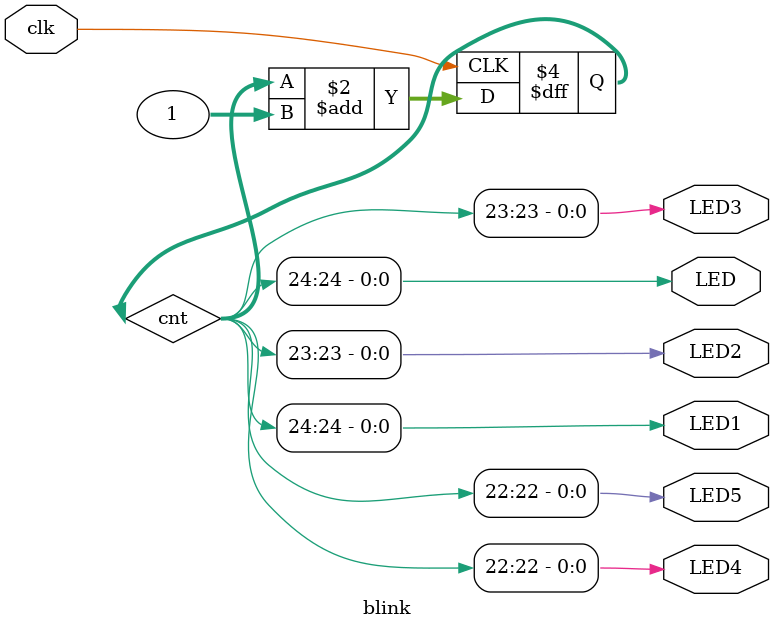
<source format=v>
	module blink (
	input wire clk, // 50MHz input clock
	output wire LED, // LED ouput
	output wire LED1,
	output wire LED2,
	output wire LED3,
	output wire LED4,
	output wire LED5
	
	);

// create a binary counter
	reg [31:0] cnt; // 32-bit counter

initial begin

cnt <= 32'h00000000; // start at zero

end

always @(posedge clk) begin

cnt <= cnt + 1; // count up

end

//assign LED to 25th bit of the counter to blink the LED at a few Hz
assign LED = cnt[24];
assign LED1 = cnt[24];
assign LED2 = cnt[23];
assign LED3 = cnt[23];
assign LED4 = cnt[22];
assign LED5 = cnt[22];


endmodule

</source>
